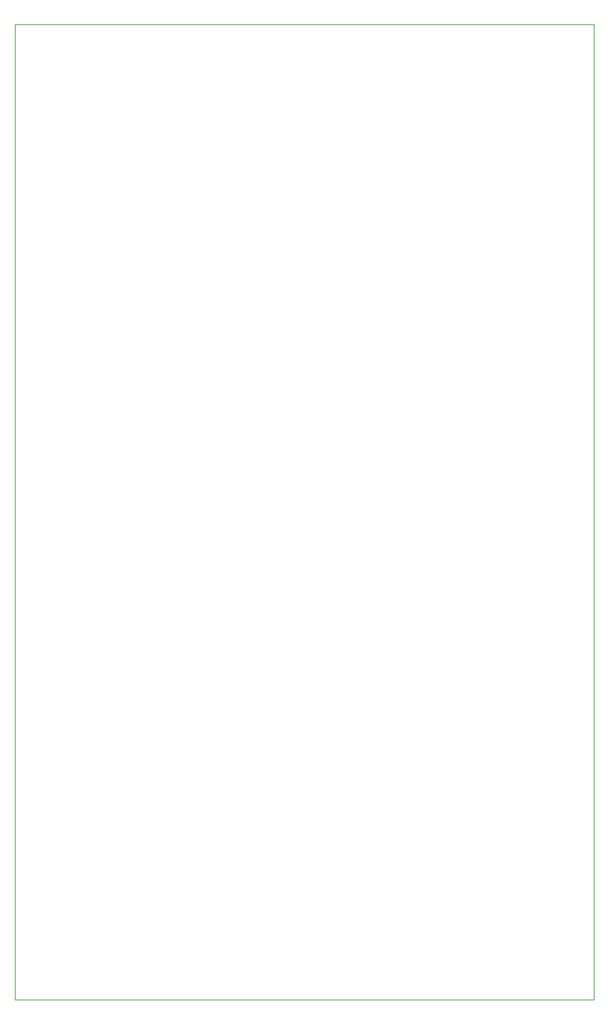
<source format=gbr>
G04 #@! TF.GenerationSoftware,KiCad,Pcbnew,8.0.0*
G04 #@! TF.CreationDate,2024-03-18T20:15:54-07:00*
G04 #@! TF.ProjectId,sumitomo_node_v2,73756d69-746f-46d6-9f5f-6e6f64655f76,rev?*
G04 #@! TF.SameCoordinates,Original*
G04 #@! TF.FileFunction,Profile,NP*
%FSLAX46Y46*%
G04 Gerber Fmt 4.6, Leading zero omitted, Abs format (unit mm)*
G04 Created by KiCad (PCBNEW 8.0.0) date 2024-03-18 20:15:54*
%MOMM*%
%LPD*%
G01*
G04 APERTURE LIST*
G04 #@! TA.AperFunction,Profile*
%ADD10C,0.050000*%
G04 #@! TD*
G04 APERTURE END LIST*
D10*
X54610000Y-46990000D02*
X127000000Y-46990000D01*
X127000000Y-168910000D01*
X54610000Y-168910000D01*
X54610000Y-46990000D01*
M02*

</source>
